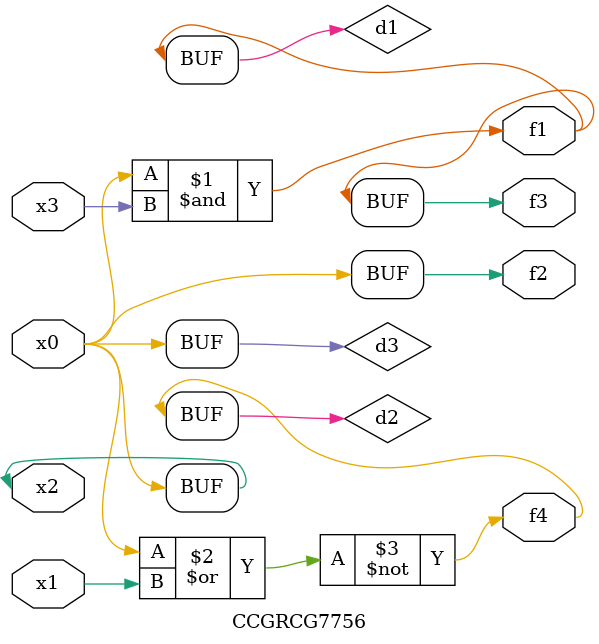
<source format=v>
module CCGRCG7756(
	input x0, x1, x2, x3,
	output f1, f2, f3, f4
);

	wire d1, d2, d3;

	and (d1, x2, x3);
	nor (d2, x0, x1);
	buf (d3, x0, x2);
	assign f1 = d1;
	assign f2 = d3;
	assign f3 = d1;
	assign f4 = d2;
endmodule

</source>
